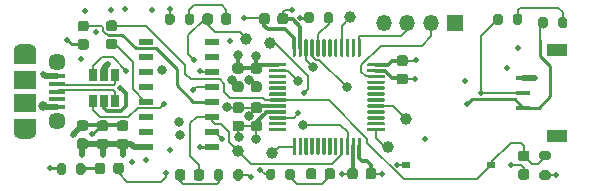
<source format=gbr>
%TF.GenerationSoftware,KiCad,Pcbnew,(5.1.8-0-10_14)*%
%TF.CreationDate,2021-04-16T18:19:52+02:00*%
%TF.ProjectId,SimpleCANAdapter,53696d70-6c65-4434-914e-416461707465,rev?*%
%TF.SameCoordinates,Original*%
%TF.FileFunction,Copper,L1,Top*%
%TF.FilePolarity,Positive*%
%FSLAX46Y46*%
G04 Gerber Fmt 4.6, Leading zero omitted, Abs format (unit mm)*
G04 Created by KiCad (PCBNEW (5.1.8-0-10_14)) date 2021-04-16 18:19:52*
%MOMM*%
%LPD*%
G01*
G04 APERTURE LIST*
%TA.AperFunction,SMDPad,CuDef*%
%ADD10C,1.000000*%
%TD*%
%TA.AperFunction,ComponentPad*%
%ADD11C,1.450000*%
%TD*%
%TA.AperFunction,SMDPad,CuDef*%
%ADD12R,1.350000X0.400000*%
%TD*%
%TA.AperFunction,SMDPad,CuDef*%
%ADD13R,1.900000X1.500000*%
%TD*%
%TA.AperFunction,SMDPad,CuDef*%
%ADD14R,1.900000X1.200000*%
%TD*%
%TA.AperFunction,ComponentPad*%
%ADD15O,1.900000X0.950000*%
%TD*%
%TA.AperFunction,SMDPad,CuDef*%
%ADD16R,1.200000X0.600000*%
%TD*%
%TA.AperFunction,SMDPad,CuDef*%
%ADD17R,1.200000X0.350000*%
%TD*%
%TA.AperFunction,SMDPad,CuDef*%
%ADD18R,1.800000X1.100000*%
%TD*%
%TA.AperFunction,SMDPad,CuDef*%
%ADD19R,0.650000X1.060000*%
%TD*%
%TA.AperFunction,ComponentPad*%
%ADD20R,1.350000X1.350000*%
%TD*%
%TA.AperFunction,ComponentPad*%
%ADD21O,1.350000X1.350000*%
%TD*%
%TA.AperFunction,SMDPad,CuDef*%
%ADD22R,0.800000X0.600000*%
%TD*%
%TA.AperFunction,ViaPad*%
%ADD23C,0.500000*%
%TD*%
%TA.AperFunction,ViaPad*%
%ADD24C,0.800000*%
%TD*%
%TA.AperFunction,Conductor*%
%ADD25C,0.200000*%
%TD*%
%TA.AperFunction,Conductor*%
%ADD26C,0.250000*%
%TD*%
%TA.AperFunction,Conductor*%
%ADD27C,0.500000*%
%TD*%
%TA.AperFunction,Conductor*%
%ADD28C,0.300000*%
%TD*%
G04 APERTURE END LIST*
D10*
%TO.P,TP8,1*%
%TO.N,USART_RX*%
X87760000Y-84320000D03*
%TD*%
%TO.P,TP3,1*%
%TO.N,PIN3*%
X89750000Y-84650000D03*
%TD*%
%TO.P,TP2,1*%
%TO.N,PIN2*%
X89950000Y-94000000D03*
%TD*%
D11*
%TO.P,J2,SH1*%
%TO.N,N/C*%
X71750000Y-86300000D03*
%TO.P,J2,SH2*%
X71750000Y-91300000D03*
D12*
%TO.P,J2,1*%
%TO.N,Net-(F1-Pad2)*%
X71750000Y-87500000D03*
%TO.P,J2,2*%
%TO.N,Net-(J2-Pad2)*%
X71750000Y-88150000D03*
%TO.P,J2,3*%
%TO.N,Net-(J2-Pad3)*%
X71750000Y-88800000D03*
%TO.P,J2,4*%
%TO.N,N/C*%
X71750000Y-89450000D03*
%TO.P,J2,5*%
%TO.N,GNDREF*%
X71750000Y-90100000D03*
D13*
%TO.P,J2,SH5*%
%TO.N,N/C*%
X69050000Y-87800000D03*
%TO.P,J2,SH6*%
X69050000Y-89800000D03*
D14*
%TO.P,J2,SH4*%
X69050000Y-85900000D03*
%TO.P,J2,SH7*%
X69050000Y-91700000D03*
D15*
%TO.P,J2,SH3*%
X69050000Y-85300000D03*
%TO.P,J2,SH8*%
X69050000Y-92300000D03*
%TD*%
D16*
%TO.P,U5,16*%
%TO.N,+5V*%
X79230000Y-93445000D03*
%TO.P,U5,15*%
%TO.N,N/C*%
X79230000Y-92175000D03*
%TO.P,U5,14*%
X79230000Y-90905000D03*
%TO.P,U5,13*%
%TO.N,Net-(C18-Pad2)*%
X79230000Y-89635000D03*
%TO.P,U5,12*%
%TO.N,N/C*%
X79230000Y-88365000D03*
%TO.P,U5,11*%
X79230000Y-87095000D03*
%TO.P,U5,10*%
X79230000Y-85825000D03*
%TO.P,U5,9*%
X79230000Y-84555000D03*
%TO.P,U5,8*%
X84830000Y-84555000D03*
%TO.P,U5,7*%
X84830000Y-85825000D03*
%TO.P,U5,6*%
%TO.N,Net-(U4-Pad3)*%
X84830000Y-87095000D03*
%TO.P,U5,5*%
%TO.N,Net-(U4-Pad4)*%
X84830000Y-88365000D03*
%TO.P,U5,4*%
%TO.N,Net-(C15-Pad1)*%
X84830000Y-89635000D03*
%TO.P,U5,3*%
%TO.N,USART_TX*%
X84830000Y-90905000D03*
%TO.P,U5,2*%
%TO.N,USART_RX*%
X84830000Y-92175000D03*
%TO.P,U5,1*%
%TO.N,GNDREF*%
X84830000Y-93445000D03*
%TD*%
%TO.P,D1,1*%
%TO.N,Net-(D1-Pad1)*%
%TA.AperFunction,SMDPad,CuDef*%
G36*
G01*
X74937500Y-95556250D02*
X74937500Y-95043750D01*
G75*
G02*
X75156250Y-94825000I218750J0D01*
G01*
X75593750Y-94825000D01*
G75*
G02*
X75812500Y-95043750I0J-218750D01*
G01*
X75812500Y-95556250D01*
G75*
G02*
X75593750Y-95775000I-218750J0D01*
G01*
X75156250Y-95775000D01*
G75*
G02*
X74937500Y-95556250I0J218750D01*
G01*
G37*
%TD.AperFunction*%
%TO.P,D1,2*%
%TO.N,+3V3*%
%TA.AperFunction,SMDPad,CuDef*%
G36*
G01*
X76512500Y-95556250D02*
X76512500Y-95043750D01*
G75*
G02*
X76731250Y-94825000I218750J0D01*
G01*
X77168750Y-94825000D01*
G75*
G02*
X77387500Y-95043750I0J-218750D01*
G01*
X77387500Y-95556250D01*
G75*
G02*
X77168750Y-95775000I-218750J0D01*
G01*
X76731250Y-95775000D01*
G75*
G02*
X76512500Y-95556250I0J218750D01*
G01*
G37*
%TD.AperFunction*%
%TD*%
%TO.P,D2,2*%
%TO.N,BLUE_LED*%
%TA.AperFunction,SMDPad,CuDef*%
G36*
G01*
X93687500Y-95505750D02*
X93687500Y-96018250D01*
G75*
G02*
X93468750Y-96237000I-218750J0D01*
G01*
X93031250Y-96237000D01*
G75*
G02*
X92812500Y-96018250I0J218750D01*
G01*
X92812500Y-95505750D01*
G75*
G02*
X93031250Y-95287000I218750J0D01*
G01*
X93468750Y-95287000D01*
G75*
G02*
X93687500Y-95505750I0J-218750D01*
G01*
G37*
%TD.AperFunction*%
%TO.P,D2,1*%
%TO.N,Net-(D2-Pad1)*%
%TA.AperFunction,SMDPad,CuDef*%
G36*
G01*
X95262500Y-95505750D02*
X95262500Y-96018250D01*
G75*
G02*
X95043750Y-96237000I-218750J0D01*
G01*
X94606250Y-96237000D01*
G75*
G02*
X94387500Y-96018250I0J218750D01*
G01*
X94387500Y-95505750D01*
G75*
G02*
X94606250Y-95287000I218750J0D01*
G01*
X95043750Y-95287000D01*
G75*
G02*
X95262500Y-95505750I0J-218750D01*
G01*
G37*
%TD.AperFunction*%
%TD*%
D17*
%TO.P,J1,1*%
%TO.N,CAN_H*%
X111200000Y-90150000D03*
%TO.P,J1,2*%
%TO.N,CAN_L*%
X111200000Y-88900000D03*
%TO.P,J1,3*%
%TO.N,GNDREF*%
X111200000Y-87650000D03*
D18*
%TO.P,J1,*%
%TO.N,*%
X114100000Y-92550000D03*
X114100000Y-85250000D03*
%TD*%
%TO.P,R2,2*%
%TO.N,Net-(R2-Pad2)*%
%TA.AperFunction,SMDPad,CuDef*%
G36*
G01*
X114135000Y-83225000D02*
X114135000Y-82675000D01*
G75*
G02*
X114335000Y-82475000I200000J0D01*
G01*
X114735000Y-82475000D01*
G75*
G02*
X114935000Y-82675000I0J-200000D01*
G01*
X114935000Y-83225000D01*
G75*
G02*
X114735000Y-83425000I-200000J0D01*
G01*
X114335000Y-83425000D01*
G75*
G02*
X114135000Y-83225000I0J200000D01*
G01*
G37*
%TD.AperFunction*%
%TO.P,R2,1*%
%TO.N,CAN_H*%
%TA.AperFunction,SMDPad,CuDef*%
G36*
G01*
X112485000Y-83225000D02*
X112485000Y-82675000D01*
G75*
G02*
X112685000Y-82475000I200000J0D01*
G01*
X113085000Y-82475000D01*
G75*
G02*
X113285000Y-82675000I0J-200000D01*
G01*
X113285000Y-83225000D01*
G75*
G02*
X113085000Y-83425000I-200000J0D01*
G01*
X112685000Y-83425000D01*
G75*
G02*
X112485000Y-83225000I0J200000D01*
G01*
G37*
%TD.AperFunction*%
%TD*%
%TO.P,R3,1*%
%TO.N,+3V3*%
%TA.AperFunction,SMDPad,CuDef*%
G36*
G01*
X113325000Y-96275000D02*
X112775000Y-96275000D01*
G75*
G02*
X112575000Y-96075000I0J200000D01*
G01*
X112575000Y-95675000D01*
G75*
G02*
X112775000Y-95475000I200000J0D01*
G01*
X113325000Y-95475000D01*
G75*
G02*
X113525000Y-95675000I0J-200000D01*
G01*
X113525000Y-96075000D01*
G75*
G02*
X113325000Y-96275000I-200000J0D01*
G01*
G37*
%TD.AperFunction*%
%TO.P,R3,2*%
%TO.N,RESET*%
%TA.AperFunction,SMDPad,CuDef*%
G36*
G01*
X113325000Y-94625000D02*
X112775000Y-94625000D01*
G75*
G02*
X112575000Y-94425000I0J200000D01*
G01*
X112575000Y-94025000D01*
G75*
G02*
X112775000Y-93825000I200000J0D01*
G01*
X113325000Y-93825000D01*
G75*
G02*
X113525000Y-94025000I0J-200000D01*
G01*
X113525000Y-94425000D01*
G75*
G02*
X113325000Y-94625000I-200000J0D01*
G01*
G37*
%TD.AperFunction*%
%TD*%
%TO.P,R4,2*%
%TO.N,BOOT0*%
%TA.AperFunction,SMDPad,CuDef*%
G36*
G01*
X94326000Y-82811000D02*
X94326000Y-82261000D01*
G75*
G02*
X94526000Y-82061000I200000J0D01*
G01*
X94926000Y-82061000D01*
G75*
G02*
X95126000Y-82261000I0J-200000D01*
G01*
X95126000Y-82811000D01*
G75*
G02*
X94926000Y-83011000I-200000J0D01*
G01*
X94526000Y-83011000D01*
G75*
G02*
X94326000Y-82811000I0J200000D01*
G01*
G37*
%TD.AperFunction*%
%TO.P,R4,1*%
%TO.N,GNDREF*%
%TA.AperFunction,SMDPad,CuDef*%
G36*
G01*
X92676000Y-82811000D02*
X92676000Y-82261000D01*
G75*
G02*
X92876000Y-82061000I200000J0D01*
G01*
X93276000Y-82061000D01*
G75*
G02*
X93476000Y-82261000I0J-200000D01*
G01*
X93476000Y-82811000D01*
G75*
G02*
X93276000Y-83011000I-200000J0D01*
G01*
X92876000Y-83011000D01*
G75*
G02*
X92676000Y-82811000I0J200000D01*
G01*
G37*
%TD.AperFunction*%
%TD*%
%TO.P,R5,2*%
%TO.N,GNDREF*%
%TA.AperFunction,SMDPad,CuDef*%
G36*
G01*
X72500000Y-95065000D02*
X72500000Y-95615000D01*
G75*
G02*
X72300000Y-95815000I-200000J0D01*
G01*
X71900000Y-95815000D01*
G75*
G02*
X71700000Y-95615000I0J200000D01*
G01*
X71700000Y-95065000D01*
G75*
G02*
X71900000Y-94865000I200000J0D01*
G01*
X72300000Y-94865000D01*
G75*
G02*
X72500000Y-95065000I0J-200000D01*
G01*
G37*
%TD.AperFunction*%
%TO.P,R5,1*%
%TO.N,Net-(D1-Pad1)*%
%TA.AperFunction,SMDPad,CuDef*%
G36*
G01*
X74150000Y-95065000D02*
X74150000Y-95615000D01*
G75*
G02*
X73950000Y-95815000I-200000J0D01*
G01*
X73550000Y-95815000D01*
G75*
G02*
X73350000Y-95615000I0J200000D01*
G01*
X73350000Y-95065000D01*
G75*
G02*
X73550000Y-94865000I200000J0D01*
G01*
X73950000Y-94865000D01*
G75*
G02*
X74150000Y-95065000I0J-200000D01*
G01*
G37*
%TD.AperFunction*%
%TD*%
%TO.P,R6,1*%
%TO.N,Net-(D2-Pad1)*%
%TA.AperFunction,SMDPad,CuDef*%
G36*
G01*
X91875000Y-95525000D02*
X91875000Y-96075000D01*
G75*
G02*
X91675000Y-96275000I-200000J0D01*
G01*
X91275000Y-96275000D01*
G75*
G02*
X91075000Y-96075000I0J200000D01*
G01*
X91075000Y-95525000D01*
G75*
G02*
X91275000Y-95325000I200000J0D01*
G01*
X91675000Y-95325000D01*
G75*
G02*
X91875000Y-95525000I0J-200000D01*
G01*
G37*
%TD.AperFunction*%
%TO.P,R6,2*%
%TO.N,GNDREF*%
%TA.AperFunction,SMDPad,CuDef*%
G36*
G01*
X90225000Y-95525000D02*
X90225000Y-96075000D01*
G75*
G02*
X90025000Y-96275000I-200000J0D01*
G01*
X89625000Y-96275000D01*
G75*
G02*
X89425000Y-96075000I0J200000D01*
G01*
X89425000Y-95525000D01*
G75*
G02*
X89625000Y-95325000I200000J0D01*
G01*
X90025000Y-95325000D01*
G75*
G02*
X90225000Y-95525000I0J-200000D01*
G01*
G37*
%TD.AperFunction*%
%TD*%
D19*
%TO.P,U4,5*%
%TO.N,+5V*%
X75700000Y-89600000D03*
%TO.P,U4,6*%
%TO.N,Net-(J2-Pad3)*%
X76650000Y-89600000D03*
%TO.P,U4,4*%
%TO.N,Net-(U4-Pad4)*%
X74750000Y-89600000D03*
%TO.P,U4,3*%
%TO.N,Net-(U4-Pad3)*%
X74750000Y-87400000D03*
%TO.P,U4,2*%
%TO.N,GNDREF*%
X75700000Y-87400000D03*
%TO.P,U4,1*%
%TO.N,Net-(J2-Pad2)*%
X76650000Y-87400000D03*
%TD*%
%TO.P,C7,2*%
%TO.N,GNDREF*%
%TA.AperFunction,SMDPad,CuDef*%
G36*
G01*
X111000000Y-95350000D02*
X111500000Y-95350000D01*
G75*
G02*
X111725000Y-95575000I0J-225000D01*
G01*
X111725000Y-96025000D01*
G75*
G02*
X111500000Y-96250000I-225000J0D01*
G01*
X111000000Y-96250000D01*
G75*
G02*
X110775000Y-96025000I0J225000D01*
G01*
X110775000Y-95575000D01*
G75*
G02*
X111000000Y-95350000I225000J0D01*
G01*
G37*
%TD.AperFunction*%
%TO.P,C7,1*%
%TO.N,RESET*%
%TA.AperFunction,SMDPad,CuDef*%
G36*
G01*
X111000000Y-93800000D02*
X111500000Y-93800000D01*
G75*
G02*
X111725000Y-94025000I0J-225000D01*
G01*
X111725000Y-94475000D01*
G75*
G02*
X111500000Y-94700000I-225000J0D01*
G01*
X111000000Y-94700000D01*
G75*
G02*
X110775000Y-94475000I0J225000D01*
G01*
X110775000Y-94025000D01*
G75*
G02*
X111000000Y-93800000I225000J0D01*
G01*
G37*
%TD.AperFunction*%
%TD*%
%TO.P,C15,2*%
%TO.N,GNDREF*%
%TA.AperFunction,SMDPad,CuDef*%
G36*
G01*
X73700000Y-84350000D02*
X74200000Y-84350000D01*
G75*
G02*
X74425000Y-84575000I0J-225000D01*
G01*
X74425000Y-85025000D01*
G75*
G02*
X74200000Y-85250000I-225000J0D01*
G01*
X73700000Y-85250000D01*
G75*
G02*
X73475000Y-85025000I0J225000D01*
G01*
X73475000Y-84575000D01*
G75*
G02*
X73700000Y-84350000I225000J0D01*
G01*
G37*
%TD.AperFunction*%
%TO.P,C15,1*%
%TO.N,Net-(C15-Pad1)*%
%TA.AperFunction,SMDPad,CuDef*%
G36*
G01*
X73700000Y-82800000D02*
X74200000Y-82800000D01*
G75*
G02*
X74425000Y-83025000I0J-225000D01*
G01*
X74425000Y-83475000D01*
G75*
G02*
X74200000Y-83700000I-225000J0D01*
G01*
X73700000Y-83700000D01*
G75*
G02*
X73475000Y-83475000I0J225000D01*
G01*
X73475000Y-83025000D01*
G75*
G02*
X73700000Y-82800000I225000J0D01*
G01*
G37*
%TD.AperFunction*%
%TD*%
%TO.P,C16,1*%
%TO.N,+5V*%
%TA.AperFunction,SMDPad,CuDef*%
G36*
G01*
X77540000Y-93690000D02*
X77040000Y-93690000D01*
G75*
G02*
X76815000Y-93465000I0J225000D01*
G01*
X76815000Y-93015000D01*
G75*
G02*
X77040000Y-92790000I225000J0D01*
G01*
X77540000Y-92790000D01*
G75*
G02*
X77765000Y-93015000I0J-225000D01*
G01*
X77765000Y-93465000D01*
G75*
G02*
X77540000Y-93690000I-225000J0D01*
G01*
G37*
%TD.AperFunction*%
%TO.P,C16,2*%
%TO.N,GNDREF*%
%TA.AperFunction,SMDPad,CuDef*%
G36*
G01*
X77540000Y-92140000D02*
X77040000Y-92140000D01*
G75*
G02*
X76815000Y-91915000I0J225000D01*
G01*
X76815000Y-91465000D01*
G75*
G02*
X77040000Y-91240000I225000J0D01*
G01*
X77540000Y-91240000D01*
G75*
G02*
X77765000Y-91465000I0J-225000D01*
G01*
X77765000Y-91915000D01*
G75*
G02*
X77540000Y-92140000I-225000J0D01*
G01*
G37*
%TD.AperFunction*%
%TD*%
%TO.P,C17,2*%
%TO.N,GNDREF*%
%TA.AperFunction,SMDPad,CuDef*%
G36*
G01*
X74140000Y-92115000D02*
X73640000Y-92115000D01*
G75*
G02*
X73415000Y-91890000I0J225000D01*
G01*
X73415000Y-91440000D01*
G75*
G02*
X73640000Y-91215000I225000J0D01*
G01*
X74140000Y-91215000D01*
G75*
G02*
X74365000Y-91440000I0J-225000D01*
G01*
X74365000Y-91890000D01*
G75*
G02*
X74140000Y-92115000I-225000J0D01*
G01*
G37*
%TD.AperFunction*%
%TO.P,C17,1*%
%TO.N,+5V*%
%TA.AperFunction,SMDPad,CuDef*%
G36*
G01*
X74140000Y-93665000D02*
X73640000Y-93665000D01*
G75*
G02*
X73415000Y-93440000I0J225000D01*
G01*
X73415000Y-92990000D01*
G75*
G02*
X73640000Y-92765000I225000J0D01*
G01*
X74140000Y-92765000D01*
G75*
G02*
X74365000Y-92990000I0J-225000D01*
G01*
X74365000Y-93440000D01*
G75*
G02*
X74140000Y-93665000I-225000J0D01*
G01*
G37*
%TD.AperFunction*%
%TD*%
%TO.P,C18,2*%
%TO.N,Net-(C18-Pad2)*%
%TA.AperFunction,SMDPad,CuDef*%
G36*
G01*
X76100000Y-84325000D02*
X76600000Y-84325000D01*
G75*
G02*
X76825000Y-84550000I0J-225000D01*
G01*
X76825000Y-85000000D01*
G75*
G02*
X76600000Y-85225000I-225000J0D01*
G01*
X76100000Y-85225000D01*
G75*
G02*
X75875000Y-85000000I0J225000D01*
G01*
X75875000Y-84550000D01*
G75*
G02*
X76100000Y-84325000I225000J0D01*
G01*
G37*
%TD.AperFunction*%
%TO.P,C18,1*%
%TO.N,RESET*%
%TA.AperFunction,SMDPad,CuDef*%
G36*
G01*
X76100000Y-82775000D02*
X76600000Y-82775000D01*
G75*
G02*
X76825000Y-83000000I0J-225000D01*
G01*
X76825000Y-83450000D01*
G75*
G02*
X76600000Y-83675000I-225000J0D01*
G01*
X76100000Y-83675000D01*
G75*
G02*
X75875000Y-83450000I0J225000D01*
G01*
X75875000Y-83000000D01*
G75*
G02*
X76100000Y-82775000I225000J0D01*
G01*
G37*
%TD.AperFunction*%
%TD*%
%TO.P,C19,1*%
%TO.N,+5V*%
%TA.AperFunction,SMDPad,CuDef*%
G36*
G01*
X75840000Y-93690000D02*
X75340000Y-93690000D01*
G75*
G02*
X75115000Y-93465000I0J225000D01*
G01*
X75115000Y-93015000D01*
G75*
G02*
X75340000Y-92790000I225000J0D01*
G01*
X75840000Y-92790000D01*
G75*
G02*
X76065000Y-93015000I0J-225000D01*
G01*
X76065000Y-93465000D01*
G75*
G02*
X75840000Y-93690000I-225000J0D01*
G01*
G37*
%TD.AperFunction*%
%TO.P,C19,2*%
%TO.N,GNDREF*%
%TA.AperFunction,SMDPad,CuDef*%
G36*
G01*
X75840000Y-92140000D02*
X75340000Y-92140000D01*
G75*
G02*
X75115000Y-91915000I0J225000D01*
G01*
X75115000Y-91465000D01*
G75*
G02*
X75340000Y-91240000I225000J0D01*
G01*
X75840000Y-91240000D01*
G75*
G02*
X76065000Y-91465000I0J-225000D01*
G01*
X76065000Y-91915000D01*
G75*
G02*
X75840000Y-92140000I-225000J0D01*
G01*
G37*
%TD.AperFunction*%
%TD*%
D10*
%TO.P,TP1,1*%
%TO.N,PIN1*%
X96550000Y-82500000D03*
%TD*%
%TO.P,TP4,1*%
%TO.N,PIN4*%
X101260000Y-91080000D03*
%TD*%
%TO.P,D3,2*%
%TO.N,USART_TX*%
%TA.AperFunction,SMDPad,CuDef*%
G36*
G01*
X83310000Y-96106250D02*
X83310000Y-95593750D01*
G75*
G02*
X83528750Y-95375000I218750J0D01*
G01*
X83966250Y-95375000D01*
G75*
G02*
X84185000Y-95593750I0J-218750D01*
G01*
X84185000Y-96106250D01*
G75*
G02*
X83966250Y-96325000I-218750J0D01*
G01*
X83528750Y-96325000D01*
G75*
G02*
X83310000Y-96106250I0J218750D01*
G01*
G37*
%TD.AperFunction*%
%TO.P,D3,1*%
%TO.N,Net-(D3-Pad1)*%
%TA.AperFunction,SMDPad,CuDef*%
G36*
G01*
X81735000Y-96106250D02*
X81735000Y-95593750D01*
G75*
G02*
X81953750Y-95375000I218750J0D01*
G01*
X82391250Y-95375000D01*
G75*
G02*
X82610000Y-95593750I0J-218750D01*
G01*
X82610000Y-96106250D01*
G75*
G02*
X82391250Y-96325000I-218750J0D01*
G01*
X81953750Y-96325000D01*
G75*
G02*
X81735000Y-96106250I0J218750D01*
G01*
G37*
%TD.AperFunction*%
%TD*%
%TO.P,D4,1*%
%TO.N,Net-(D4-Pad1)*%
%TA.AperFunction,SMDPad,CuDef*%
G36*
G01*
X86497500Y-82393750D02*
X86497500Y-82906250D01*
G75*
G02*
X86278750Y-83125000I-218750J0D01*
G01*
X85841250Y-83125000D01*
G75*
G02*
X85622500Y-82906250I0J218750D01*
G01*
X85622500Y-82393750D01*
G75*
G02*
X85841250Y-82175000I218750J0D01*
G01*
X86278750Y-82175000D01*
G75*
G02*
X86497500Y-82393750I0J-218750D01*
G01*
G37*
%TD.AperFunction*%
%TO.P,D4,2*%
%TO.N,USART_RX*%
%TA.AperFunction,SMDPad,CuDef*%
G36*
G01*
X84922500Y-82393750D02*
X84922500Y-82906250D01*
G75*
G02*
X84703750Y-83125000I-218750J0D01*
G01*
X84266250Y-83125000D01*
G75*
G02*
X84047500Y-82906250I0J218750D01*
G01*
X84047500Y-82393750D01*
G75*
G02*
X84266250Y-82175000I218750J0D01*
G01*
X84703750Y-82175000D01*
G75*
G02*
X84922500Y-82393750I0J-218750D01*
G01*
G37*
%TD.AperFunction*%
%TD*%
%TO.P,R7,1*%
%TO.N,Net-(D3-Pad1)*%
%TA.AperFunction,SMDPad,CuDef*%
G36*
G01*
X85015000Y-96125000D02*
X85015000Y-95575000D01*
G75*
G02*
X85215000Y-95375000I200000J0D01*
G01*
X85615000Y-95375000D01*
G75*
G02*
X85815000Y-95575000I0J-200000D01*
G01*
X85815000Y-96125000D01*
G75*
G02*
X85615000Y-96325000I-200000J0D01*
G01*
X85215000Y-96325000D01*
G75*
G02*
X85015000Y-96125000I0J200000D01*
G01*
G37*
%TD.AperFunction*%
%TO.P,R7,2*%
%TO.N,GNDREF*%
%TA.AperFunction,SMDPad,CuDef*%
G36*
G01*
X86665000Y-96125000D02*
X86665000Y-95575000D01*
G75*
G02*
X86865000Y-95375000I200000J0D01*
G01*
X87265000Y-95375000D01*
G75*
G02*
X87465000Y-95575000I0J-200000D01*
G01*
X87465000Y-96125000D01*
G75*
G02*
X87265000Y-96325000I-200000J0D01*
G01*
X86865000Y-96325000D01*
G75*
G02*
X86665000Y-96125000I0J200000D01*
G01*
G37*
%TD.AperFunction*%
%TD*%
%TO.P,R8,2*%
%TO.N,GNDREF*%
%TA.AperFunction,SMDPad,CuDef*%
G36*
G01*
X81685000Y-82385000D02*
X81685000Y-82935000D01*
G75*
G02*
X81485000Y-83135000I-200000J0D01*
G01*
X81085000Y-83135000D01*
G75*
G02*
X80885000Y-82935000I0J200000D01*
G01*
X80885000Y-82385000D01*
G75*
G02*
X81085000Y-82185000I200000J0D01*
G01*
X81485000Y-82185000D01*
G75*
G02*
X81685000Y-82385000I0J-200000D01*
G01*
G37*
%TD.AperFunction*%
%TO.P,R8,1*%
%TO.N,Net-(D4-Pad1)*%
%TA.AperFunction,SMDPad,CuDef*%
G36*
G01*
X83335000Y-82385000D02*
X83335000Y-82935000D01*
G75*
G02*
X83135000Y-83135000I-200000J0D01*
G01*
X82735000Y-83135000D01*
G75*
G02*
X82535000Y-82935000I0J200000D01*
G01*
X82535000Y-82385000D01*
G75*
G02*
X82735000Y-82185000I200000J0D01*
G01*
X83135000Y-82185000D01*
G75*
G02*
X83335000Y-82385000I0J-200000D01*
G01*
G37*
%TD.AperFunction*%
%TD*%
%TO.P,C2,1*%
%TO.N,+3V3*%
%TA.AperFunction,SMDPad,CuDef*%
G36*
G01*
X100720000Y-85730000D02*
X101220000Y-85730000D01*
G75*
G02*
X101445000Y-85955000I0J-225000D01*
G01*
X101445000Y-86405000D01*
G75*
G02*
X101220000Y-86630000I-225000J0D01*
G01*
X100720000Y-86630000D01*
G75*
G02*
X100495000Y-86405000I0J225000D01*
G01*
X100495000Y-85955000D01*
G75*
G02*
X100720000Y-85730000I225000J0D01*
G01*
G37*
%TD.AperFunction*%
%TO.P,C2,2*%
%TO.N,GNDREF*%
%TA.AperFunction,SMDPad,CuDef*%
G36*
G01*
X100720000Y-87280000D02*
X101220000Y-87280000D01*
G75*
G02*
X101445000Y-87505000I0J-225000D01*
G01*
X101445000Y-87955000D01*
G75*
G02*
X101220000Y-88180000I-225000J0D01*
G01*
X100720000Y-88180000D01*
G75*
G02*
X100495000Y-87955000I0J225000D01*
G01*
X100495000Y-87505000D01*
G75*
G02*
X100720000Y-87280000I225000J0D01*
G01*
G37*
%TD.AperFunction*%
%TD*%
%TO.P,C3,2*%
%TO.N,GNDREF*%
%TA.AperFunction,SMDPad,CuDef*%
G36*
G01*
X88340000Y-87935000D02*
X88840000Y-87935000D01*
G75*
G02*
X89065000Y-88160000I0J-225000D01*
G01*
X89065000Y-88610000D01*
G75*
G02*
X88840000Y-88835000I-225000J0D01*
G01*
X88340000Y-88835000D01*
G75*
G02*
X88115000Y-88610000I0J225000D01*
G01*
X88115000Y-88160000D01*
G75*
G02*
X88340000Y-87935000I225000J0D01*
G01*
G37*
%TD.AperFunction*%
%TO.P,C3,1*%
%TO.N,+3V3*%
%TA.AperFunction,SMDPad,CuDef*%
G36*
G01*
X88340000Y-86385000D02*
X88840000Y-86385000D01*
G75*
G02*
X89065000Y-86610000I0J-225000D01*
G01*
X89065000Y-87060000D01*
G75*
G02*
X88840000Y-87285000I-225000J0D01*
G01*
X88340000Y-87285000D01*
G75*
G02*
X88115000Y-87060000I0J225000D01*
G01*
X88115000Y-86610000D01*
G75*
G02*
X88340000Y-86385000I225000J0D01*
G01*
G37*
%TD.AperFunction*%
%TD*%
%TO.P,C6,2*%
%TO.N,GNDREF*%
%TA.AperFunction,SMDPad,CuDef*%
G36*
G01*
X97205000Y-95490000D02*
X97205000Y-95990000D01*
G75*
G02*
X96980000Y-96215000I-225000J0D01*
G01*
X96530000Y-96215000D01*
G75*
G02*
X96305000Y-95990000I0J225000D01*
G01*
X96305000Y-95490000D01*
G75*
G02*
X96530000Y-95265000I225000J0D01*
G01*
X96980000Y-95265000D01*
G75*
G02*
X97205000Y-95490000I0J-225000D01*
G01*
G37*
%TD.AperFunction*%
%TO.P,C6,1*%
%TO.N,+3V3*%
%TA.AperFunction,SMDPad,CuDef*%
G36*
G01*
X98755000Y-95490000D02*
X98755000Y-95990000D01*
G75*
G02*
X98530000Y-96215000I-225000J0D01*
G01*
X98080000Y-96215000D01*
G75*
G02*
X97855000Y-95990000I0J225000D01*
G01*
X97855000Y-95490000D01*
G75*
G02*
X98080000Y-95265000I225000J0D01*
G01*
X98530000Y-95265000D01*
G75*
G02*
X98755000Y-95490000I0J-225000D01*
G01*
G37*
%TD.AperFunction*%
%TD*%
%TO.P,C8,2*%
%TO.N,GNDREF*%
%TA.AperFunction,SMDPad,CuDef*%
G36*
G01*
X90395000Y-82880000D02*
X90395000Y-82380000D01*
G75*
G02*
X90620000Y-82155000I225000J0D01*
G01*
X91070000Y-82155000D01*
G75*
G02*
X91295000Y-82380000I0J-225000D01*
G01*
X91295000Y-82880000D01*
G75*
G02*
X91070000Y-83105000I-225000J0D01*
G01*
X90620000Y-83105000D01*
G75*
G02*
X90395000Y-82880000I0J225000D01*
G01*
G37*
%TD.AperFunction*%
%TO.P,C8,1*%
%TO.N,+3V3*%
%TA.AperFunction,SMDPad,CuDef*%
G36*
G01*
X88845000Y-82880000D02*
X88845000Y-82380000D01*
G75*
G02*
X89070000Y-82155000I225000J0D01*
G01*
X89520000Y-82155000D01*
G75*
G02*
X89745000Y-82380000I0J-225000D01*
G01*
X89745000Y-82880000D01*
G75*
G02*
X89520000Y-83105000I-225000J0D01*
G01*
X89070000Y-83105000D01*
G75*
G02*
X88845000Y-82880000I0J225000D01*
G01*
G37*
%TD.AperFunction*%
%TD*%
%TO.P,C10,1*%
%TO.N,+3V3*%
%TA.AperFunction,SMDPad,CuDef*%
G36*
G01*
X88870000Y-92155000D02*
X88370000Y-92155000D01*
G75*
G02*
X88145000Y-91930000I0J225000D01*
G01*
X88145000Y-91480000D01*
G75*
G02*
X88370000Y-91255000I225000J0D01*
G01*
X88870000Y-91255000D01*
G75*
G02*
X89095000Y-91480000I0J-225000D01*
G01*
X89095000Y-91930000D01*
G75*
G02*
X88870000Y-92155000I-225000J0D01*
G01*
G37*
%TD.AperFunction*%
%TO.P,C10,2*%
%TO.N,GNDREF*%
%TA.AperFunction,SMDPad,CuDef*%
G36*
G01*
X88870000Y-90605000D02*
X88370000Y-90605000D01*
G75*
G02*
X88145000Y-90380000I0J225000D01*
G01*
X88145000Y-89930000D01*
G75*
G02*
X88370000Y-89705000I225000J0D01*
G01*
X88870000Y-89705000D01*
G75*
G02*
X89095000Y-89930000I0J-225000D01*
G01*
X89095000Y-90380000D01*
G75*
G02*
X88870000Y-90605000I-225000J0D01*
G01*
G37*
%TD.AperFunction*%
%TD*%
%TO.P,U1,1*%
%TO.N,+3V3*%
%TA.AperFunction,SMDPad,CuDef*%
G36*
G01*
X89680000Y-86585000D02*
X89680000Y-86435000D01*
G75*
G02*
X89755000Y-86360000I75000J0D01*
G01*
X91080000Y-86360000D01*
G75*
G02*
X91155000Y-86435000I0J-75000D01*
G01*
X91155000Y-86585000D01*
G75*
G02*
X91080000Y-86660000I-75000J0D01*
G01*
X89755000Y-86660000D01*
G75*
G02*
X89680000Y-86585000I0J75000D01*
G01*
G37*
%TD.AperFunction*%
%TO.P,U1,2*%
%TO.N,BLUE_LED*%
%TA.AperFunction,SMDPad,CuDef*%
G36*
G01*
X89680000Y-87085000D02*
X89680000Y-86935000D01*
G75*
G02*
X89755000Y-86860000I75000J0D01*
G01*
X91080000Y-86860000D01*
G75*
G02*
X91155000Y-86935000I0J-75000D01*
G01*
X91155000Y-87085000D01*
G75*
G02*
X91080000Y-87160000I-75000J0D01*
G01*
X89755000Y-87160000D01*
G75*
G02*
X89680000Y-87085000I0J75000D01*
G01*
G37*
%TD.AperFunction*%
%TO.P,U1,3*%
%TO.N,N/C*%
%TA.AperFunction,SMDPad,CuDef*%
G36*
G01*
X89680000Y-87585000D02*
X89680000Y-87435000D01*
G75*
G02*
X89755000Y-87360000I75000J0D01*
G01*
X91080000Y-87360000D01*
G75*
G02*
X91155000Y-87435000I0J-75000D01*
G01*
X91155000Y-87585000D01*
G75*
G02*
X91080000Y-87660000I-75000J0D01*
G01*
X89755000Y-87660000D01*
G75*
G02*
X89680000Y-87585000I0J75000D01*
G01*
G37*
%TD.AperFunction*%
%TO.P,U1,4*%
%TA.AperFunction,SMDPad,CuDef*%
G36*
G01*
X89680000Y-88085000D02*
X89680000Y-87935000D01*
G75*
G02*
X89755000Y-87860000I75000J0D01*
G01*
X91080000Y-87860000D01*
G75*
G02*
X91155000Y-87935000I0J-75000D01*
G01*
X91155000Y-88085000D01*
G75*
G02*
X91080000Y-88160000I-75000J0D01*
G01*
X89755000Y-88160000D01*
G75*
G02*
X89680000Y-88085000I0J75000D01*
G01*
G37*
%TD.AperFunction*%
%TO.P,U1,5*%
%TA.AperFunction,SMDPad,CuDef*%
G36*
G01*
X89680000Y-88585000D02*
X89680000Y-88435000D01*
G75*
G02*
X89755000Y-88360000I75000J0D01*
G01*
X91080000Y-88360000D01*
G75*
G02*
X91155000Y-88435000I0J-75000D01*
G01*
X91155000Y-88585000D01*
G75*
G02*
X91080000Y-88660000I-75000J0D01*
G01*
X89755000Y-88660000D01*
G75*
G02*
X89680000Y-88585000I0J75000D01*
G01*
G37*
%TD.AperFunction*%
%TO.P,U1,6*%
%TA.AperFunction,SMDPad,CuDef*%
G36*
G01*
X89680000Y-89085000D02*
X89680000Y-88935000D01*
G75*
G02*
X89755000Y-88860000I75000J0D01*
G01*
X91080000Y-88860000D01*
G75*
G02*
X91155000Y-88935000I0J-75000D01*
G01*
X91155000Y-89085000D01*
G75*
G02*
X91080000Y-89160000I-75000J0D01*
G01*
X89755000Y-89160000D01*
G75*
G02*
X89680000Y-89085000I0J75000D01*
G01*
G37*
%TD.AperFunction*%
%TO.P,U1,7*%
%TO.N,RESET*%
%TA.AperFunction,SMDPad,CuDef*%
G36*
G01*
X89680000Y-89585000D02*
X89680000Y-89435000D01*
G75*
G02*
X89755000Y-89360000I75000J0D01*
G01*
X91080000Y-89360000D01*
G75*
G02*
X91155000Y-89435000I0J-75000D01*
G01*
X91155000Y-89585000D01*
G75*
G02*
X91080000Y-89660000I-75000J0D01*
G01*
X89755000Y-89660000D01*
G75*
G02*
X89680000Y-89585000I0J75000D01*
G01*
G37*
%TD.AperFunction*%
%TO.P,U1,8*%
%TO.N,GNDREF*%
%TA.AperFunction,SMDPad,CuDef*%
G36*
G01*
X89680000Y-90085000D02*
X89680000Y-89935000D01*
G75*
G02*
X89755000Y-89860000I75000J0D01*
G01*
X91080000Y-89860000D01*
G75*
G02*
X91155000Y-89935000I0J-75000D01*
G01*
X91155000Y-90085000D01*
G75*
G02*
X91080000Y-90160000I-75000J0D01*
G01*
X89755000Y-90160000D01*
G75*
G02*
X89680000Y-90085000I0J75000D01*
G01*
G37*
%TD.AperFunction*%
%TO.P,U1,9*%
%TO.N,+3V3*%
%TA.AperFunction,SMDPad,CuDef*%
G36*
G01*
X89680000Y-90585000D02*
X89680000Y-90435000D01*
G75*
G02*
X89755000Y-90360000I75000J0D01*
G01*
X91080000Y-90360000D01*
G75*
G02*
X91155000Y-90435000I0J-75000D01*
G01*
X91155000Y-90585000D01*
G75*
G02*
X91080000Y-90660000I-75000J0D01*
G01*
X89755000Y-90660000D01*
G75*
G02*
X89680000Y-90585000I0J75000D01*
G01*
G37*
%TD.AperFunction*%
%TO.P,U1,10*%
%TO.N,PIN3*%
%TA.AperFunction,SMDPad,CuDef*%
G36*
G01*
X89680000Y-91085000D02*
X89680000Y-90935000D01*
G75*
G02*
X89755000Y-90860000I75000J0D01*
G01*
X91080000Y-90860000D01*
G75*
G02*
X91155000Y-90935000I0J-75000D01*
G01*
X91155000Y-91085000D01*
G75*
G02*
X91080000Y-91160000I-75000J0D01*
G01*
X89755000Y-91160000D01*
G75*
G02*
X89680000Y-91085000I0J75000D01*
G01*
G37*
%TD.AperFunction*%
%TO.P,U1,11*%
%TO.N,N/C*%
%TA.AperFunction,SMDPad,CuDef*%
G36*
G01*
X89680000Y-91585000D02*
X89680000Y-91435000D01*
G75*
G02*
X89755000Y-91360000I75000J0D01*
G01*
X91080000Y-91360000D01*
G75*
G02*
X91155000Y-91435000I0J-75000D01*
G01*
X91155000Y-91585000D01*
G75*
G02*
X91080000Y-91660000I-75000J0D01*
G01*
X89755000Y-91660000D01*
G75*
G02*
X89680000Y-91585000I0J75000D01*
G01*
G37*
%TD.AperFunction*%
%TO.P,U1,12*%
%TA.AperFunction,SMDPad,CuDef*%
G36*
G01*
X89680000Y-92085000D02*
X89680000Y-91935000D01*
G75*
G02*
X89755000Y-91860000I75000J0D01*
G01*
X91080000Y-91860000D01*
G75*
G02*
X91155000Y-91935000I0J-75000D01*
G01*
X91155000Y-92085000D01*
G75*
G02*
X91080000Y-92160000I-75000J0D01*
G01*
X89755000Y-92160000D01*
G75*
G02*
X89680000Y-92085000I0J75000D01*
G01*
G37*
%TD.AperFunction*%
%TO.P,U1,13*%
%TO.N,PIN2*%
%TA.AperFunction,SMDPad,CuDef*%
G36*
G01*
X91680000Y-94085000D02*
X91680000Y-92760000D01*
G75*
G02*
X91755000Y-92685000I75000J0D01*
G01*
X91905000Y-92685000D01*
G75*
G02*
X91980000Y-92760000I0J-75000D01*
G01*
X91980000Y-94085000D01*
G75*
G02*
X91905000Y-94160000I-75000J0D01*
G01*
X91755000Y-94160000D01*
G75*
G02*
X91680000Y-94085000I0J75000D01*
G01*
G37*
%TD.AperFunction*%
%TO.P,U1,14*%
%TO.N,N/C*%
%TA.AperFunction,SMDPad,CuDef*%
G36*
G01*
X92180000Y-94085000D02*
X92180000Y-92760000D01*
G75*
G02*
X92255000Y-92685000I75000J0D01*
G01*
X92405000Y-92685000D01*
G75*
G02*
X92480000Y-92760000I0J-75000D01*
G01*
X92480000Y-94085000D01*
G75*
G02*
X92405000Y-94160000I-75000J0D01*
G01*
X92255000Y-94160000D01*
G75*
G02*
X92180000Y-94085000I0J75000D01*
G01*
G37*
%TD.AperFunction*%
%TO.P,U1,15*%
%TA.AperFunction,SMDPad,CuDef*%
G36*
G01*
X92680000Y-94085000D02*
X92680000Y-92760000D01*
G75*
G02*
X92755000Y-92685000I75000J0D01*
G01*
X92905000Y-92685000D01*
G75*
G02*
X92980000Y-92760000I0J-75000D01*
G01*
X92980000Y-94085000D01*
G75*
G02*
X92905000Y-94160000I-75000J0D01*
G01*
X92755000Y-94160000D01*
G75*
G02*
X92680000Y-94085000I0J75000D01*
G01*
G37*
%TD.AperFunction*%
%TO.P,U1,16*%
%TA.AperFunction,SMDPad,CuDef*%
G36*
G01*
X93180000Y-94085000D02*
X93180000Y-92760000D01*
G75*
G02*
X93255000Y-92685000I75000J0D01*
G01*
X93405000Y-92685000D01*
G75*
G02*
X93480000Y-92760000I0J-75000D01*
G01*
X93480000Y-94085000D01*
G75*
G02*
X93405000Y-94160000I-75000J0D01*
G01*
X93255000Y-94160000D01*
G75*
G02*
X93180000Y-94085000I0J75000D01*
G01*
G37*
%TD.AperFunction*%
%TO.P,U1,17*%
%TA.AperFunction,SMDPad,CuDef*%
G36*
G01*
X93680000Y-94085000D02*
X93680000Y-92760000D01*
G75*
G02*
X93755000Y-92685000I75000J0D01*
G01*
X93905000Y-92685000D01*
G75*
G02*
X93980000Y-92760000I0J-75000D01*
G01*
X93980000Y-94085000D01*
G75*
G02*
X93905000Y-94160000I-75000J0D01*
G01*
X93755000Y-94160000D01*
G75*
G02*
X93680000Y-94085000I0J75000D01*
G01*
G37*
%TD.AperFunction*%
%TO.P,U1,18*%
%TA.AperFunction,SMDPad,CuDef*%
G36*
G01*
X94180000Y-94085000D02*
X94180000Y-92760000D01*
G75*
G02*
X94255000Y-92685000I75000J0D01*
G01*
X94405000Y-92685000D01*
G75*
G02*
X94480000Y-92760000I0J-75000D01*
G01*
X94480000Y-94085000D01*
G75*
G02*
X94405000Y-94160000I-75000J0D01*
G01*
X94255000Y-94160000D01*
G75*
G02*
X94180000Y-94085000I0J75000D01*
G01*
G37*
%TD.AperFunction*%
%TO.P,U1,19*%
%TA.AperFunction,SMDPad,CuDef*%
G36*
G01*
X94680000Y-94085000D02*
X94680000Y-92760000D01*
G75*
G02*
X94755000Y-92685000I75000J0D01*
G01*
X94905000Y-92685000D01*
G75*
G02*
X94980000Y-92760000I0J-75000D01*
G01*
X94980000Y-94085000D01*
G75*
G02*
X94905000Y-94160000I-75000J0D01*
G01*
X94755000Y-94160000D01*
G75*
G02*
X94680000Y-94085000I0J75000D01*
G01*
G37*
%TD.AperFunction*%
%TO.P,U1,20*%
%TA.AperFunction,SMDPad,CuDef*%
G36*
G01*
X95180000Y-94085000D02*
X95180000Y-92760000D01*
G75*
G02*
X95255000Y-92685000I75000J0D01*
G01*
X95405000Y-92685000D01*
G75*
G02*
X95480000Y-92760000I0J-75000D01*
G01*
X95480000Y-94085000D01*
G75*
G02*
X95405000Y-94160000I-75000J0D01*
G01*
X95255000Y-94160000D01*
G75*
G02*
X95180000Y-94085000I0J75000D01*
G01*
G37*
%TD.AperFunction*%
%TO.P,U1,21*%
%TO.N,USART_TX*%
%TA.AperFunction,SMDPad,CuDef*%
G36*
G01*
X95680000Y-94085000D02*
X95680000Y-92760000D01*
G75*
G02*
X95755000Y-92685000I75000J0D01*
G01*
X95905000Y-92685000D01*
G75*
G02*
X95980000Y-92760000I0J-75000D01*
G01*
X95980000Y-94085000D01*
G75*
G02*
X95905000Y-94160000I-75000J0D01*
G01*
X95755000Y-94160000D01*
G75*
G02*
X95680000Y-94085000I0J75000D01*
G01*
G37*
%TD.AperFunction*%
%TO.P,U1,22*%
%TO.N,USART_RX*%
%TA.AperFunction,SMDPad,CuDef*%
G36*
G01*
X96180000Y-94085000D02*
X96180000Y-92760000D01*
G75*
G02*
X96255000Y-92685000I75000J0D01*
G01*
X96405000Y-92685000D01*
G75*
G02*
X96480000Y-92760000I0J-75000D01*
G01*
X96480000Y-94085000D01*
G75*
G02*
X96405000Y-94160000I-75000J0D01*
G01*
X96255000Y-94160000D01*
G75*
G02*
X96180000Y-94085000I0J75000D01*
G01*
G37*
%TD.AperFunction*%
%TO.P,U1,23*%
%TO.N,GNDREF*%
%TA.AperFunction,SMDPad,CuDef*%
G36*
G01*
X96680000Y-94085000D02*
X96680000Y-92760000D01*
G75*
G02*
X96755000Y-92685000I75000J0D01*
G01*
X96905000Y-92685000D01*
G75*
G02*
X96980000Y-92760000I0J-75000D01*
G01*
X96980000Y-94085000D01*
G75*
G02*
X96905000Y-94160000I-75000J0D01*
G01*
X96755000Y-94160000D01*
G75*
G02*
X96680000Y-94085000I0J75000D01*
G01*
G37*
%TD.AperFunction*%
%TO.P,U1,24*%
%TO.N,+3V3*%
%TA.AperFunction,SMDPad,CuDef*%
G36*
G01*
X97180000Y-94085000D02*
X97180000Y-92760000D01*
G75*
G02*
X97255000Y-92685000I75000J0D01*
G01*
X97405000Y-92685000D01*
G75*
G02*
X97480000Y-92760000I0J-75000D01*
G01*
X97480000Y-94085000D01*
G75*
G02*
X97405000Y-94160000I-75000J0D01*
G01*
X97255000Y-94160000D01*
G75*
G02*
X97180000Y-94085000I0J75000D01*
G01*
G37*
%TD.AperFunction*%
%TO.P,U1,25*%
%TO.N,PIN5*%
%TA.AperFunction,SMDPad,CuDef*%
G36*
G01*
X98005000Y-92085000D02*
X98005000Y-91935000D01*
G75*
G02*
X98080000Y-91860000I75000J0D01*
G01*
X99405000Y-91860000D01*
G75*
G02*
X99480000Y-91935000I0J-75000D01*
G01*
X99480000Y-92085000D01*
G75*
G02*
X99405000Y-92160000I-75000J0D01*
G01*
X98080000Y-92160000D01*
G75*
G02*
X98005000Y-92085000I0J75000D01*
G01*
G37*
%TD.AperFunction*%
%TO.P,U1,26*%
%TO.N,N/C*%
%TA.AperFunction,SMDPad,CuDef*%
G36*
G01*
X98005000Y-91585000D02*
X98005000Y-91435000D01*
G75*
G02*
X98080000Y-91360000I75000J0D01*
G01*
X99405000Y-91360000D01*
G75*
G02*
X99480000Y-91435000I0J-75000D01*
G01*
X99480000Y-91585000D01*
G75*
G02*
X99405000Y-91660000I-75000J0D01*
G01*
X98080000Y-91660000D01*
G75*
G02*
X98005000Y-91585000I0J75000D01*
G01*
G37*
%TD.AperFunction*%
%TO.P,U1,27*%
%TA.AperFunction,SMDPad,CuDef*%
G36*
G01*
X98005000Y-91085000D02*
X98005000Y-90935000D01*
G75*
G02*
X98080000Y-90860000I75000J0D01*
G01*
X99405000Y-90860000D01*
G75*
G02*
X99480000Y-90935000I0J-75000D01*
G01*
X99480000Y-91085000D01*
G75*
G02*
X99405000Y-91160000I-75000J0D01*
G01*
X98080000Y-91160000D01*
G75*
G02*
X98005000Y-91085000I0J75000D01*
G01*
G37*
%TD.AperFunction*%
%TO.P,U1,28*%
%TA.AperFunction,SMDPad,CuDef*%
G36*
G01*
X98005000Y-90585000D02*
X98005000Y-90435000D01*
G75*
G02*
X98080000Y-90360000I75000J0D01*
G01*
X99405000Y-90360000D01*
G75*
G02*
X99480000Y-90435000I0J-75000D01*
G01*
X99480000Y-90585000D01*
G75*
G02*
X99405000Y-90660000I-75000J0D01*
G01*
X98080000Y-90660000D01*
G75*
G02*
X98005000Y-90585000I0J75000D01*
G01*
G37*
%TD.AperFunction*%
%TO.P,U1,29*%
%TO.N,PIN4*%
%TA.AperFunction,SMDPad,CuDef*%
G36*
G01*
X98005000Y-90085000D02*
X98005000Y-89935000D01*
G75*
G02*
X98080000Y-89860000I75000J0D01*
G01*
X99405000Y-89860000D01*
G75*
G02*
X99480000Y-89935000I0J-75000D01*
G01*
X99480000Y-90085000D01*
G75*
G02*
X99405000Y-90160000I-75000J0D01*
G01*
X98080000Y-90160000D01*
G75*
G02*
X98005000Y-90085000I0J75000D01*
G01*
G37*
%TD.AperFunction*%
%TO.P,U1,30*%
%TO.N,N/C*%
%TA.AperFunction,SMDPad,CuDef*%
G36*
G01*
X98005000Y-89585000D02*
X98005000Y-89435000D01*
G75*
G02*
X98080000Y-89360000I75000J0D01*
G01*
X99405000Y-89360000D01*
G75*
G02*
X99480000Y-89435000I0J-75000D01*
G01*
X99480000Y-89585000D01*
G75*
G02*
X99405000Y-89660000I-75000J0D01*
G01*
X98080000Y-89660000D01*
G75*
G02*
X98005000Y-89585000I0J75000D01*
G01*
G37*
%TD.AperFunction*%
%TO.P,U1,31*%
%TA.AperFunction,SMDPad,CuDef*%
G36*
G01*
X98005000Y-89085000D02*
X98005000Y-88935000D01*
G75*
G02*
X98080000Y-88860000I75000J0D01*
G01*
X99405000Y-88860000D01*
G75*
G02*
X99480000Y-88935000I0J-75000D01*
G01*
X99480000Y-89085000D01*
G75*
G02*
X99405000Y-89160000I-75000J0D01*
G01*
X98080000Y-89160000D01*
G75*
G02*
X98005000Y-89085000I0J75000D01*
G01*
G37*
%TD.AperFunction*%
%TO.P,U1,32*%
%TA.AperFunction,SMDPad,CuDef*%
G36*
G01*
X98005000Y-88585000D02*
X98005000Y-88435000D01*
G75*
G02*
X98080000Y-88360000I75000J0D01*
G01*
X99405000Y-88360000D01*
G75*
G02*
X99480000Y-88435000I0J-75000D01*
G01*
X99480000Y-88585000D01*
G75*
G02*
X99405000Y-88660000I-75000J0D01*
G01*
X98080000Y-88660000D01*
G75*
G02*
X98005000Y-88585000I0J75000D01*
G01*
G37*
%TD.AperFunction*%
%TO.P,U1,33*%
%TA.AperFunction,SMDPad,CuDef*%
G36*
G01*
X98005000Y-88085000D02*
X98005000Y-87935000D01*
G75*
G02*
X98080000Y-87860000I75000J0D01*
G01*
X99405000Y-87860000D01*
G75*
G02*
X99480000Y-87935000I0J-75000D01*
G01*
X99480000Y-88085000D01*
G75*
G02*
X99405000Y-88160000I-75000J0D01*
G01*
X98080000Y-88160000D01*
G75*
G02*
X98005000Y-88085000I0J75000D01*
G01*
G37*
%TD.AperFunction*%
%TO.P,U1,34*%
%TO.N,SWDIO*%
%TA.AperFunction,SMDPad,CuDef*%
G36*
G01*
X98005000Y-87585000D02*
X98005000Y-87435000D01*
G75*
G02*
X98080000Y-87360000I75000J0D01*
G01*
X99405000Y-87360000D01*
G75*
G02*
X99480000Y-87435000I0J-75000D01*
G01*
X99480000Y-87585000D01*
G75*
G02*
X99405000Y-87660000I-75000J0D01*
G01*
X98080000Y-87660000D01*
G75*
G02*
X98005000Y-87585000I0J75000D01*
G01*
G37*
%TD.AperFunction*%
%TO.P,U1,35*%
%TO.N,GNDREF*%
%TA.AperFunction,SMDPad,CuDef*%
G36*
G01*
X98005000Y-87085000D02*
X98005000Y-86935000D01*
G75*
G02*
X98080000Y-86860000I75000J0D01*
G01*
X99405000Y-86860000D01*
G75*
G02*
X99480000Y-86935000I0J-75000D01*
G01*
X99480000Y-87085000D01*
G75*
G02*
X99405000Y-87160000I-75000J0D01*
G01*
X98080000Y-87160000D01*
G75*
G02*
X98005000Y-87085000I0J75000D01*
G01*
G37*
%TD.AperFunction*%
%TO.P,U1,36*%
%TO.N,+3V3*%
%TA.AperFunction,SMDPad,CuDef*%
G36*
G01*
X98005000Y-86585000D02*
X98005000Y-86435000D01*
G75*
G02*
X98080000Y-86360000I75000J0D01*
G01*
X99405000Y-86360000D01*
G75*
G02*
X99480000Y-86435000I0J-75000D01*
G01*
X99480000Y-86585000D01*
G75*
G02*
X99405000Y-86660000I-75000J0D01*
G01*
X98080000Y-86660000D01*
G75*
G02*
X98005000Y-86585000I0J75000D01*
G01*
G37*
%TD.AperFunction*%
%TO.P,U1,37*%
%TO.N,SWCLK*%
%TA.AperFunction,SMDPad,CuDef*%
G36*
G01*
X97180000Y-85760000D02*
X97180000Y-84435000D01*
G75*
G02*
X97255000Y-84360000I75000J0D01*
G01*
X97405000Y-84360000D01*
G75*
G02*
X97480000Y-84435000I0J-75000D01*
G01*
X97480000Y-85760000D01*
G75*
G02*
X97405000Y-85835000I-75000J0D01*
G01*
X97255000Y-85835000D01*
G75*
G02*
X97180000Y-85760000I0J75000D01*
G01*
G37*
%TD.AperFunction*%
%TO.P,U1,38*%
%TO.N,N/C*%
%TA.AperFunction,SMDPad,CuDef*%
G36*
G01*
X96680000Y-85760000D02*
X96680000Y-84435000D01*
G75*
G02*
X96755000Y-84360000I75000J0D01*
G01*
X96905000Y-84360000D01*
G75*
G02*
X96980000Y-84435000I0J-75000D01*
G01*
X96980000Y-85760000D01*
G75*
G02*
X96905000Y-85835000I-75000J0D01*
G01*
X96755000Y-85835000D01*
G75*
G02*
X96680000Y-85760000I0J75000D01*
G01*
G37*
%TD.AperFunction*%
%TO.P,U1,39*%
%TA.AperFunction,SMDPad,CuDef*%
G36*
G01*
X96180000Y-85760000D02*
X96180000Y-84435000D01*
G75*
G02*
X96255000Y-84360000I75000J0D01*
G01*
X96405000Y-84360000D01*
G75*
G02*
X96480000Y-84435000I0J-75000D01*
G01*
X96480000Y-85760000D01*
G75*
G02*
X96405000Y-85835000I-75000J0D01*
G01*
X96255000Y-85835000D01*
G75*
G02*
X96180000Y-85760000I0J75000D01*
G01*
G37*
%TD.AperFunction*%
%TO.P,U1,40*%
%TO.N,PIN1*%
%TA.AperFunction,SMDPad,CuDef*%
G36*
G01*
X95680000Y-85760000D02*
X95680000Y-84435000D01*
G75*
G02*
X95755000Y-84360000I75000J0D01*
G01*
X95905000Y-84360000D01*
G75*
G02*
X95980000Y-84435000I0J-75000D01*
G01*
X95980000Y-85760000D01*
G75*
G02*
X95905000Y-85835000I-75000J0D01*
G01*
X95755000Y-85835000D01*
G75*
G02*
X95680000Y-85760000I0J75000D01*
G01*
G37*
%TD.AperFunction*%
%TO.P,U1,41*%
%TO.N,N/C*%
%TA.AperFunction,SMDPad,CuDef*%
G36*
G01*
X95180000Y-85760000D02*
X95180000Y-84435000D01*
G75*
G02*
X95255000Y-84360000I75000J0D01*
G01*
X95405000Y-84360000D01*
G75*
G02*
X95480000Y-84435000I0J-75000D01*
G01*
X95480000Y-85760000D01*
G75*
G02*
X95405000Y-85835000I-75000J0D01*
G01*
X95255000Y-85835000D01*
G75*
G02*
X95180000Y-85760000I0J75000D01*
G01*
G37*
%TD.AperFunction*%
%TO.P,U1,42*%
%TA.AperFunction,SMDPad,CuDef*%
G36*
G01*
X94680000Y-85760000D02*
X94680000Y-84435000D01*
G75*
G02*
X94755000Y-84360000I75000J0D01*
G01*
X94905000Y-84360000D01*
G75*
G02*
X94980000Y-84435000I0J-75000D01*
G01*
X94980000Y-85760000D01*
G75*
G02*
X94905000Y-85835000I-75000J0D01*
G01*
X94755000Y-85835000D01*
G75*
G02*
X94680000Y-85760000I0J75000D01*
G01*
G37*
%TD.AperFunction*%
%TO.P,U1,43*%
%TA.AperFunction,SMDPad,CuDef*%
G36*
G01*
X94180000Y-85760000D02*
X94180000Y-84435000D01*
G75*
G02*
X94255000Y-84360000I75000J0D01*
G01*
X94405000Y-84360000D01*
G75*
G02*
X94480000Y-84435000I0J-75000D01*
G01*
X94480000Y-85760000D01*
G75*
G02*
X94405000Y-85835000I-75000J0D01*
G01*
X94255000Y-85835000D01*
G75*
G02*
X94180000Y-85760000I0J75000D01*
G01*
G37*
%TD.AperFunction*%
%TO.P,U1,44*%
%TO.N,BOOT0*%
%TA.AperFunction,SMDPad,CuDef*%
G36*
G01*
X93680000Y-85760000D02*
X93680000Y-84435000D01*
G75*
G02*
X93755000Y-84360000I75000J0D01*
G01*
X93905000Y-84360000D01*
G75*
G02*
X93980000Y-84435000I0J-75000D01*
G01*
X93980000Y-85760000D01*
G75*
G02*
X93905000Y-85835000I-75000J0D01*
G01*
X93755000Y-85835000D01*
G75*
G02*
X93680000Y-85760000I0J75000D01*
G01*
G37*
%TD.AperFunction*%
%TO.P,U1,45*%
%TO.N,CAN_RX*%
%TA.AperFunction,SMDPad,CuDef*%
G36*
G01*
X93180000Y-85760000D02*
X93180000Y-84435000D01*
G75*
G02*
X93255000Y-84360000I75000J0D01*
G01*
X93405000Y-84360000D01*
G75*
G02*
X93480000Y-84435000I0J-75000D01*
G01*
X93480000Y-85760000D01*
G75*
G02*
X93405000Y-85835000I-75000J0D01*
G01*
X93255000Y-85835000D01*
G75*
G02*
X93180000Y-85760000I0J75000D01*
G01*
G37*
%TD.AperFunction*%
%TO.P,U1,46*%
%TO.N,CAN_TX*%
%TA.AperFunction,SMDPad,CuDef*%
G36*
G01*
X92680000Y-85760000D02*
X92680000Y-84435000D01*
G75*
G02*
X92755000Y-84360000I75000J0D01*
G01*
X92905000Y-84360000D01*
G75*
G02*
X92980000Y-84435000I0J-75000D01*
G01*
X92980000Y-85760000D01*
G75*
G02*
X92905000Y-85835000I-75000J0D01*
G01*
X92755000Y-85835000D01*
G75*
G02*
X92680000Y-85760000I0J75000D01*
G01*
G37*
%TD.AperFunction*%
%TO.P,U1,47*%
%TO.N,GNDREF*%
%TA.AperFunction,SMDPad,CuDef*%
G36*
G01*
X92180000Y-85760000D02*
X92180000Y-84435000D01*
G75*
G02*
X92255000Y-84360000I75000J0D01*
G01*
X92405000Y-84360000D01*
G75*
G02*
X92480000Y-84435000I0J-75000D01*
G01*
X92480000Y-85760000D01*
G75*
G02*
X92405000Y-85835000I-75000J0D01*
G01*
X92255000Y-85835000D01*
G75*
G02*
X92180000Y-85760000I0J75000D01*
G01*
G37*
%TD.AperFunction*%
%TO.P,U1,48*%
%TO.N,+3V3*%
%TA.AperFunction,SMDPad,CuDef*%
G36*
G01*
X91680000Y-85760000D02*
X91680000Y-84435000D01*
G75*
G02*
X91755000Y-84360000I75000J0D01*
G01*
X91905000Y-84360000D01*
G75*
G02*
X91980000Y-84435000I0J-75000D01*
G01*
X91980000Y-85760000D01*
G75*
G02*
X91905000Y-85835000I-75000J0D01*
G01*
X91755000Y-85835000D01*
G75*
G02*
X91680000Y-85760000I0J75000D01*
G01*
G37*
%TD.AperFunction*%
%TD*%
%TO.P,C12,1*%
%TO.N,+3V3*%
%TA.AperFunction,SMDPad,CuDef*%
G36*
G01*
X86800000Y-86375000D02*
X87300000Y-86375000D01*
G75*
G02*
X87525000Y-86600000I0J-225000D01*
G01*
X87525000Y-87050000D01*
G75*
G02*
X87300000Y-87275000I-225000J0D01*
G01*
X86800000Y-87275000D01*
G75*
G02*
X86575000Y-87050000I0J225000D01*
G01*
X86575000Y-86600000D01*
G75*
G02*
X86800000Y-86375000I225000J0D01*
G01*
G37*
%TD.AperFunction*%
%TO.P,C12,2*%
%TO.N,GNDREF*%
%TA.AperFunction,SMDPad,CuDef*%
G36*
G01*
X86800000Y-87925000D02*
X87300000Y-87925000D01*
G75*
G02*
X87525000Y-88150000I0J-225000D01*
G01*
X87525000Y-88600000D01*
G75*
G02*
X87300000Y-88825000I-225000J0D01*
G01*
X86800000Y-88825000D01*
G75*
G02*
X86575000Y-88600000I0J225000D01*
G01*
X86575000Y-88150000D01*
G75*
G02*
X86800000Y-87925000I225000J0D01*
G01*
G37*
%TD.AperFunction*%
%TD*%
%TO.P,C13,2*%
%TO.N,GNDREF*%
%TA.AperFunction,SMDPad,CuDef*%
G36*
G01*
X87330000Y-90605000D02*
X86830000Y-90605000D01*
G75*
G02*
X86605000Y-90380000I0J225000D01*
G01*
X86605000Y-89930000D01*
G75*
G02*
X86830000Y-89705000I225000J0D01*
G01*
X87330000Y-89705000D01*
G75*
G02*
X87555000Y-89930000I0J-225000D01*
G01*
X87555000Y-90380000D01*
G75*
G02*
X87330000Y-90605000I-225000J0D01*
G01*
G37*
%TD.AperFunction*%
%TO.P,C13,1*%
%TO.N,+3V3*%
%TA.AperFunction,SMDPad,CuDef*%
G36*
G01*
X87330000Y-92155000D02*
X86830000Y-92155000D01*
G75*
G02*
X86605000Y-91930000I0J225000D01*
G01*
X86605000Y-91480000D01*
G75*
G02*
X86830000Y-91255000I225000J0D01*
G01*
X87330000Y-91255000D01*
G75*
G02*
X87555000Y-91480000I0J-225000D01*
G01*
X87555000Y-91930000D01*
G75*
G02*
X87330000Y-92155000I-225000J0D01*
G01*
G37*
%TD.AperFunction*%
%TD*%
%TO.P,TP5,1*%
%TO.N,PIN5*%
X99760000Y-93470000D03*
%TD*%
D20*
%TO.P,J3,1*%
%TO.N,+3V3*%
X105390000Y-82960000D03*
D21*
%TO.P,J3,2*%
%TO.N,SWDIO*%
X103390000Y-82960000D03*
%TO.P,J3,3*%
%TO.N,SWCLK*%
X101390000Y-82960000D03*
%TO.P,J3,4*%
%TO.N,GNDREF*%
X99390000Y-82960000D03*
%TD*%
%TO.P,R9,1*%
%TO.N,Net-(R2-Pad2)*%
%TA.AperFunction,SMDPad,CuDef*%
G36*
G01*
X111125000Y-82385000D02*
X111125000Y-82935000D01*
G75*
G02*
X110925000Y-83135000I-200000J0D01*
G01*
X110525000Y-83135000D01*
G75*
G02*
X110325000Y-82935000I0J200000D01*
G01*
X110325000Y-82385000D01*
G75*
G02*
X110525000Y-82185000I200000J0D01*
G01*
X110925000Y-82185000D01*
G75*
G02*
X111125000Y-82385000I0J-200000D01*
G01*
G37*
%TD.AperFunction*%
%TO.P,R9,2*%
%TO.N,CAN_L*%
%TA.AperFunction,SMDPad,CuDef*%
G36*
G01*
X109475000Y-82385000D02*
X109475000Y-82935000D01*
G75*
G02*
X109275000Y-83135000I-200000J0D01*
G01*
X108875000Y-83135000D01*
G75*
G02*
X108675000Y-82935000I0J200000D01*
G01*
X108675000Y-82385000D01*
G75*
G02*
X108875000Y-82185000I200000J0D01*
G01*
X109275000Y-82185000D01*
G75*
G02*
X109475000Y-82385000I0J-200000D01*
G01*
G37*
%TD.AperFunction*%
%TD*%
D22*
%TO.P,SW1,2*%
%TO.N,GNDREF*%
X101308960Y-94980000D03*
%TO.P,SW1,1*%
%TO.N,RESET*%
X108511040Y-94980000D03*
%TD*%
D10*
%TO.P,TP9,1*%
%TO.N,USART_TX*%
X87060000Y-93820000D03*
%TD*%
D23*
%TO.N,GNDREF*%
X110150000Y-95000000D03*
X95840000Y-95760000D03*
X72600000Y-84400000D03*
X112240000Y-87640000D03*
X73080000Y-92450000D03*
X74680000Y-92390000D03*
X73740000Y-86020000D03*
X76080000Y-86440000D03*
X79780000Y-81890000D03*
X75010002Y-83760000D03*
X88960000Y-95430000D03*
X86350000Y-84500000D03*
X102900000Y-92820000D03*
X78110000Y-94750000D03*
X79250000Y-94570000D03*
X106270000Y-87929996D03*
X71170000Y-95250000D03*
X102030000Y-87710000D03*
X91650000Y-81860000D03*
X92335991Y-82535991D03*
X100560000Y-94970000D03*
D24*
X86570000Y-87800000D03*
X86090000Y-90110000D03*
X87960000Y-90820000D03*
D23*
X83814990Y-93445000D03*
D24*
X87990000Y-87800000D03*
D23*
X81290000Y-81770000D03*
X88133616Y-96050740D03*
X109850000Y-86800000D03*
D24*
X70560000Y-90040000D03*
%TO.N,+3V3*%
X82160000Y-92500000D03*
D23*
X87600000Y-82550000D03*
X113950000Y-95850000D03*
D24*
X82070000Y-91380000D03*
D23*
X110740000Y-85140000D03*
X99277993Y-95802007D03*
X81320000Y-93750000D03*
X80999992Y-95660008D03*
X102110000Y-86150000D03*
D24*
X87070000Y-85690000D03*
X88550000Y-85750000D03*
X87110000Y-92620000D03*
X88610000Y-92800000D03*
X80660000Y-87000000D03*
D23*
%TO.N,+5V*%
X73890000Y-94140000D03*
X75590000Y-94190000D03*
X77290000Y-94180000D03*
X74110000Y-81950000D03*
X76330000Y-81880000D03*
X77090000Y-88480000D03*
X77480000Y-81830000D03*
D24*
%TO.N,BLUE_LED*%
X93250000Y-95762000D03*
X92100000Y-87860000D03*
D23*
%TO.N,Net-(F1-Pad2)*%
X70570000Y-87320000D03*
%TO.N,CAN_H*%
X106420000Y-89860000D03*
%TO.N,CAN_L*%
X107620000Y-88904990D03*
D24*
%TO.N,CAN_TX*%
X93403692Y-86697842D03*
%TO.N,CAN_RX*%
X96270000Y-88430000D03*
D23*
%TO.N,USART_RX*%
X83360000Y-86080000D03*
D24*
X92599990Y-91594620D03*
D23*
X85730000Y-92810000D03*
%TO.N,Net-(U4-Pad3)*%
X83826063Y-87093939D03*
X77610000Y-87040000D03*
%TO.N,Net-(U4-Pad4)*%
X83250000Y-88640000D03*
X80780000Y-89840000D03*
%TO.N,PIN3*%
X92160000Y-90640000D03*
X92615000Y-88915000D03*
%TD*%
D25*
%TO.N,GNDREF*%
X111250000Y-95800000D02*
X111250000Y-95250000D01*
X111250000Y-95250000D02*
X111000000Y-95000000D01*
X110200000Y-95000000D02*
X110150000Y-95050000D01*
X111000000Y-95000000D02*
X110200000Y-95000000D01*
D26*
X72600000Y-84400000D02*
X73000000Y-84800000D01*
X73000000Y-84800000D02*
X73950000Y-84800000D01*
X77290000Y-91690000D02*
X77110000Y-91690000D01*
X75410000Y-91690000D02*
X74750000Y-92350000D01*
X75590000Y-91690000D02*
X75410000Y-91690000D01*
D27*
X73875000Y-91665000D02*
X73100000Y-92440000D01*
X73890000Y-91665000D02*
X73875000Y-91665000D01*
D25*
X73090000Y-92440000D02*
X73080000Y-92450000D01*
X73100000Y-92440000D02*
X73090000Y-92440000D01*
X74720000Y-92350000D02*
X74680000Y-92390000D01*
X74750000Y-92350000D02*
X74720000Y-92350000D01*
D26*
X95882000Y-95802000D02*
X95840000Y-95760000D01*
D27*
X112230001Y-87650000D02*
X112240001Y-87640000D01*
X111200000Y-87650000D02*
X112230001Y-87650000D01*
D25*
X89803000Y-95802000D02*
X89332000Y-95802000D01*
X89332000Y-95802000D02*
X88960000Y-95430000D01*
D26*
X72100000Y-95250000D02*
X71170000Y-95250000D01*
D25*
X102010000Y-87730000D02*
X102030000Y-87710000D01*
X100970000Y-87730000D02*
X102010000Y-87730000D01*
X95860000Y-95740000D02*
X95840000Y-95760000D01*
X96755000Y-95740000D02*
X95860000Y-95740000D01*
X88250000Y-90155000D02*
X88395000Y-90010000D01*
X91000000Y-81860000D02*
X91650000Y-81860000D01*
X90845000Y-82015000D02*
X91000000Y-81860000D01*
X90845000Y-82630000D02*
X90845000Y-82015000D01*
D26*
X93076000Y-82536000D02*
X92336000Y-82536000D01*
X92336000Y-82536000D02*
X92335991Y-82535991D01*
D25*
X101298960Y-94970000D02*
X101308960Y-94980000D01*
X100560000Y-94970000D02*
X101298960Y-94970000D01*
X87050000Y-88280000D02*
X86570000Y-87800000D01*
X87050000Y-88375000D02*
X87050000Y-88280000D01*
X88590000Y-88385000D02*
X88590000Y-88150000D01*
X86135000Y-90155000D02*
X86090000Y-90110000D01*
X87080000Y-90155000D02*
X86135000Y-90155000D01*
X88620000Y-90160000D02*
X87960000Y-90820000D01*
X88620000Y-90155000D02*
X88620000Y-90160000D01*
X87080000Y-90155000D02*
X88620000Y-90155000D01*
D26*
X84800000Y-93445000D02*
X83814990Y-93445000D01*
D25*
X88575000Y-88385000D02*
X87990000Y-87800000D01*
X88590000Y-88385000D02*
X88575000Y-88385000D01*
D27*
X75700000Y-86820000D02*
X76080000Y-86440000D01*
X75700000Y-87400000D02*
X75700000Y-86820000D01*
D28*
X77265000Y-91665000D02*
X77290000Y-91690000D01*
X73890000Y-91665000D02*
X77265000Y-91665000D01*
D25*
X81285000Y-81775000D02*
X81290000Y-81770000D01*
X81285000Y-82660000D02*
X81285000Y-81775000D01*
X87932876Y-95850000D02*
X88133616Y-96050740D01*
X87065000Y-95850000D02*
X87932876Y-95850000D01*
D28*
X98742500Y-87010000D02*
X99474988Y-87010000D01*
X99510346Y-87010000D02*
X100102494Y-87602148D01*
X100102494Y-87602148D02*
X100102494Y-87637506D01*
X98742500Y-87010000D02*
X99510346Y-87010000D01*
D25*
X99474988Y-87010000D02*
X100102494Y-87637506D01*
D28*
X100877506Y-87637506D02*
X100970000Y-87730000D01*
X100102494Y-87637506D02*
X100877506Y-87637506D01*
X92330000Y-85097500D02*
X92330000Y-83300000D01*
X92330000Y-83300000D02*
X91710000Y-82680000D01*
D25*
X91660000Y-82630000D02*
X91710000Y-82680000D01*
D28*
X90845000Y-82630000D02*
X91660000Y-82630000D01*
X88765000Y-90010000D02*
X88620000Y-90155000D01*
X90417500Y-90010000D02*
X88765000Y-90010000D01*
X96830000Y-95665000D02*
X96755000Y-95740000D01*
X96830000Y-93422500D02*
X96830000Y-95665000D01*
D27*
X70620000Y-90100000D02*
X70560000Y-90040000D01*
X71750000Y-90100000D02*
X70620000Y-90100000D01*
D25*
%TO.N,+3V3*%
X113925000Y-95875000D02*
X113950000Y-95850000D01*
X113050000Y-95875000D02*
X113925000Y-95875000D01*
D26*
X99277986Y-95802000D02*
X99277993Y-95802007D01*
D25*
X80999992Y-96000008D02*
X80999992Y-95660008D01*
X80540000Y-96460000D02*
X80999992Y-96000008D01*
X77690000Y-96460000D02*
X80540000Y-96460000D01*
X76950000Y-95720000D02*
X77690000Y-96460000D01*
X76950000Y-95300000D02*
X76950000Y-95720000D01*
X88585000Y-86510000D02*
X88280000Y-86815000D01*
X102080000Y-86180000D02*
X102110000Y-86150000D01*
X100970000Y-86180000D02*
X102080000Y-86180000D01*
X99215986Y-95740000D02*
X99277993Y-95802007D01*
X98305000Y-95740000D02*
X99215986Y-95740000D01*
X88250000Y-91705000D02*
X88705000Y-91705000D01*
X89680000Y-90510000D02*
X90417500Y-90510000D01*
X88705000Y-91705000D02*
X88705000Y-91485000D01*
X89215000Y-82550000D02*
X89295000Y-82630000D01*
X87600000Y-82550000D02*
X89215000Y-82550000D01*
X87080000Y-91705000D02*
X88620000Y-91705000D01*
X87080000Y-92780000D02*
X87110000Y-92810000D01*
X87080000Y-91705000D02*
X87080000Y-92780000D01*
X88620000Y-91705000D02*
X88620000Y-92790000D01*
X88620000Y-92790000D02*
X88610000Y-92800000D01*
D28*
X88915000Y-86510000D02*
X88590000Y-86835000D01*
X90417500Y-86510000D02*
X88915000Y-86510000D01*
X88590000Y-85790000D02*
X88550000Y-85750000D01*
X88590000Y-86835000D02*
X88590000Y-85790000D01*
X87050000Y-85710000D02*
X87070000Y-85690000D01*
X87050000Y-86825000D02*
X87050000Y-85710000D01*
X98742500Y-86510000D02*
X99760000Y-86510000D01*
X99760000Y-86510000D02*
X100090000Y-86180000D01*
X100090000Y-86180000D02*
X100970000Y-86180000D01*
X91830000Y-85097500D02*
X91830000Y-84300000D01*
X91830000Y-84300000D02*
X91040000Y-83510000D01*
X91040000Y-83510000D02*
X89560000Y-83510000D01*
X89295000Y-83245000D02*
X89560000Y-83510000D01*
X89295000Y-82630000D02*
X89295000Y-83245000D01*
X88580000Y-86825000D02*
X88590000Y-86835000D01*
X87050000Y-86825000D02*
X88580000Y-86825000D01*
X90417500Y-90510000D02*
X89420000Y-90510000D01*
X88620000Y-91372478D02*
X88620000Y-91705000D01*
X89420000Y-90572478D02*
X88620000Y-91372478D01*
X89420000Y-90510000D02*
X89420000Y-90572478D01*
X98305000Y-94995000D02*
X98305000Y-95740000D01*
X98000000Y-94690000D02*
X98305000Y-94995000D01*
X97560000Y-94690000D02*
X98000000Y-94690000D01*
X97330000Y-94460000D02*
X97560000Y-94690000D01*
X97330000Y-93422500D02*
X97330000Y-94460000D01*
D26*
%TO.N,+5V*%
X79185000Y-93460000D02*
X79200000Y-93445000D01*
X78230000Y-93460000D02*
X79185000Y-93460000D01*
D27*
X73890000Y-93215000D02*
X73890000Y-94140000D01*
X75590000Y-93240000D02*
X75590000Y-94190000D01*
X77290000Y-94180000D02*
X77280000Y-94190000D01*
X77290000Y-93240000D02*
X77290000Y-94180000D01*
X75565000Y-93215000D02*
X75590000Y-93240000D01*
X73890000Y-93215000D02*
X75565000Y-93215000D01*
X75590000Y-93240000D02*
X77290000Y-93240000D01*
X77290000Y-93240000D02*
X78010000Y-93240000D01*
X78010000Y-93240000D02*
X78230000Y-93460000D01*
X79215000Y-93460000D02*
X79230000Y-93445000D01*
X78230000Y-93460000D02*
X79215000Y-93460000D01*
X73890000Y-94140000D02*
X73870000Y-94160000D01*
D28*
X77170001Y-90430001D02*
X77550000Y-90050002D01*
X77550000Y-90050002D02*
X77550000Y-88940000D01*
X75980001Y-90430001D02*
X77170001Y-90430001D01*
X75700000Y-90150000D02*
X75980001Y-90430001D01*
X75700000Y-89600000D02*
X75700000Y-90150000D01*
X77550000Y-88940000D02*
X77090000Y-88480000D01*
D25*
%TO.N,RESET*%
X113025000Y-94250000D02*
X113050000Y-94225000D01*
X113050000Y-94225000D02*
X113050000Y-94350000D01*
X113050000Y-94350000D02*
X112450000Y-94950000D01*
X111950000Y-94950000D02*
X111250000Y-94250000D01*
X112450000Y-94950000D02*
X111950000Y-94950000D01*
X110140000Y-93150000D02*
X108511040Y-94778960D01*
X111000000Y-93150000D02*
X110140000Y-93150000D01*
X108511040Y-94778960D02*
X108511040Y-94980000D01*
X111250000Y-93400000D02*
X111000000Y-93150000D01*
X111250000Y-94250000D02*
X111250000Y-93400000D01*
X107261040Y-96230000D02*
X108511040Y-94980000D01*
X101090000Y-96230000D02*
X107261040Y-96230000D01*
X98005000Y-93145000D02*
X101090000Y-96230000D01*
X98005000Y-92784998D02*
X98005000Y-93145000D01*
X94730002Y-89510000D02*
X98005000Y-92784998D01*
X90417500Y-89510000D02*
X94730002Y-89510000D01*
X82587501Y-87267501D02*
X83070000Y-87750000D01*
X89135000Y-89315000D02*
X89340000Y-89520000D01*
X86345000Y-89315000D02*
X89135000Y-89315000D01*
X85890000Y-88860000D02*
X86345000Y-89315000D01*
X90407500Y-89520000D02*
X90417500Y-89510000D01*
X89340000Y-89520000D02*
X90407500Y-89520000D01*
X85890000Y-88120000D02*
X85890000Y-88860000D01*
X83070000Y-87750000D02*
X85520000Y-87750000D01*
X82587501Y-86562499D02*
X82587501Y-87267501D01*
X85520000Y-87750000D02*
X85890000Y-88120000D01*
X79250002Y-83225000D02*
X82587501Y-86562499D01*
X76350000Y-83225000D02*
X79250002Y-83225000D01*
%TO.N,Net-(C15-Pad1)*%
X75624990Y-83374990D02*
X75624990Y-83646758D01*
X75500000Y-83250000D02*
X75624990Y-83374990D01*
X73950000Y-83250000D02*
X75500000Y-83250000D01*
X75953242Y-83925010D02*
X76008231Y-83979999D01*
X75903242Y-83925010D02*
X75953242Y-83925010D01*
X75624990Y-83646758D02*
X75903242Y-83925010D01*
X84800000Y-89635000D02*
X83265000Y-89635000D01*
D26*
X83265000Y-89635000D02*
X84830000Y-89635000D01*
X81882500Y-88252500D02*
X83265000Y-89635000D01*
X78409999Y-85130001D02*
X80140001Y-85130001D01*
X76008231Y-83979999D02*
X77259997Y-83979999D01*
X77259997Y-83979999D02*
X78409999Y-85130001D01*
X80140001Y-85130001D02*
X81882500Y-86872500D01*
X81882500Y-86872500D02*
X81882500Y-88252500D01*
D25*
%TO.N,Net-(C18-Pad2)*%
X78130000Y-88565000D02*
X79200000Y-89635000D01*
X78130000Y-86250000D02*
X78130000Y-88565000D01*
X76655000Y-84775000D02*
X78130000Y-86250000D01*
X76350000Y-84775000D02*
X76655000Y-84775000D01*
D26*
%TO.N,Net-(D1-Pad1)*%
X75325000Y-95250000D02*
X75375000Y-95300000D01*
X73750000Y-95250000D02*
X75325000Y-95250000D01*
D25*
%TO.N,Net-(D2-Pad1)*%
X94150000Y-96600000D02*
X94825000Y-95925000D01*
X92050000Y-96600000D02*
X94150000Y-96600000D01*
X94825000Y-95925000D02*
X94825000Y-95762000D01*
X91453000Y-96003000D02*
X92050000Y-96600000D01*
X91453000Y-95802000D02*
X91453000Y-96003000D01*
%TO.N,BLUE_LED*%
X93250000Y-95762000D02*
X93340000Y-95672000D01*
X91250000Y-87010000D02*
X92100000Y-87860000D01*
X90417500Y-87010000D02*
X91250000Y-87010000D01*
D27*
%TO.N,Net-(F1-Pad2)*%
X71750000Y-87500000D02*
X70750000Y-87500000D01*
X70570000Y-87320000D02*
X70750000Y-87500000D01*
D26*
%TO.N,CAN_H*%
X112560000Y-90150000D02*
X111200000Y-90150000D01*
X113500000Y-89210000D02*
X112560000Y-90150000D01*
X113500000Y-86650000D02*
X113500000Y-89210000D01*
X112660000Y-85810000D02*
X113500000Y-86650000D01*
X112660000Y-84450000D02*
X112660000Y-85810000D01*
X112885000Y-82950000D02*
X112885000Y-83305000D01*
D25*
X112660000Y-83175000D02*
X112885000Y-82950000D01*
X112660000Y-84450000D02*
X112660000Y-83175000D01*
D26*
X110480000Y-89430000D02*
X106850000Y-89430000D01*
X111200000Y-90150000D02*
X110480000Y-89430000D01*
X106850000Y-89430000D02*
X106420000Y-89860000D01*
D25*
%TO.N,CAN_L*%
X107624990Y-88900000D02*
X107620000Y-88904990D01*
X111200000Y-88900000D02*
X107624990Y-88900000D01*
X107640000Y-84095000D02*
X107640000Y-88884990D01*
X107640000Y-88884990D02*
X107620000Y-88904990D01*
X109075000Y-82660000D02*
X107640000Y-84095000D01*
%TO.N,Net-(J2-Pad3)*%
X71750000Y-88800000D02*
X72150000Y-88800000D01*
X76650000Y-88870000D02*
X76650000Y-89600000D01*
X76480000Y-88700000D02*
X76650000Y-88870000D01*
X71850000Y-88700000D02*
X76480000Y-88700000D01*
X71750000Y-88800000D02*
X71850000Y-88700000D01*
%TO.N,Net-(J2-Pad2)*%
X76530000Y-88250000D02*
X76650000Y-88130000D01*
X71850000Y-88250000D02*
X76530000Y-88250000D01*
X76650000Y-88130000D02*
X76650000Y-87400000D01*
X71750000Y-88150000D02*
X71850000Y-88250000D01*
%TO.N,SWDIO*%
X97470000Y-87120000D02*
X97860000Y-87510000D01*
X103390000Y-82960000D02*
X103390000Y-84110000D01*
X102600000Y-84900000D02*
X99155364Y-84900000D01*
X97860000Y-87510000D02*
X98742500Y-87510000D01*
X97470000Y-86585364D02*
X97470000Y-87120000D01*
X99155364Y-84900000D02*
X97470000Y-86585364D01*
X103390000Y-84110000D02*
X102600000Y-84900000D01*
%TO.N,SWCLK*%
X101550000Y-83130000D02*
X101580000Y-83100000D01*
X97330000Y-85097500D02*
X97330000Y-84130000D01*
X97330000Y-84130000D02*
X99350000Y-84130000D01*
X99350000Y-84130000D02*
X100850000Y-84130000D01*
X101390000Y-83590000D02*
X101390000Y-82960000D01*
X100850000Y-84130000D02*
X101390000Y-83590000D01*
%TO.N,BOOT0*%
X94726000Y-83034000D02*
X94726000Y-82536000D01*
X93830000Y-83930000D02*
X94726000Y-83034000D01*
X93830000Y-83930000D02*
X93830000Y-85097500D01*
%TO.N,CAN_TX*%
X92830000Y-85097500D02*
X92830000Y-86124150D01*
X92830000Y-86124150D02*
X93403692Y-86697842D01*
%TO.N,CAN_RX*%
X93925010Y-86085010D02*
X96270000Y-88430000D01*
X93620374Y-86085010D02*
X93925010Y-86085010D01*
X93330000Y-85794636D02*
X93620374Y-86085010D01*
X93330000Y-85097500D02*
X93330000Y-85794636D01*
%TO.N,USART_TX*%
X83575000Y-90905000D02*
X84830000Y-90905000D01*
X82990000Y-91490000D02*
X83575000Y-90905000D01*
X83557500Y-95900000D02*
X83747500Y-95710000D01*
X82990000Y-93290000D02*
X82990000Y-94270000D01*
X82990000Y-93530000D02*
X82990000Y-93290000D01*
X82990000Y-93290000D02*
X82990000Y-91490000D01*
X83747500Y-95027500D02*
X83747500Y-95850000D01*
X82990000Y-94270000D02*
X83747500Y-95027500D01*
X95049636Y-94900000D02*
X95830000Y-94119636D01*
X88140000Y-94900000D02*
X95049636Y-94900000D01*
X95830000Y-94119636D02*
X95830000Y-93422500D01*
X86270000Y-93030000D02*
X88140000Y-94900000D01*
X84830000Y-90905000D02*
X84830000Y-91290000D01*
X85612500Y-91562500D02*
X86270000Y-92220000D01*
X86270000Y-92220000D02*
X86270000Y-93030000D01*
X85102500Y-91562500D02*
X85612500Y-91562500D01*
X84830000Y-91290000D02*
X85102500Y-91562500D01*
%TO.N,USART_RX*%
X82865000Y-85585000D02*
X83360000Y-86080000D01*
X96330000Y-92219990D02*
X95704630Y-91594620D01*
X96330000Y-93422500D02*
X96330000Y-92219990D01*
X95704630Y-91594620D02*
X92599990Y-91594620D01*
X82865000Y-85585000D02*
X82865000Y-84045000D01*
X84260000Y-82650000D02*
X84485000Y-82650000D01*
X82865000Y-84045000D02*
X84260000Y-82650000D01*
X84485000Y-82650000D02*
X84485000Y-83165000D01*
X84485000Y-83165000D02*
X85080000Y-83760000D01*
X87200000Y-83760000D02*
X87760000Y-84320000D01*
X85080000Y-83760000D02*
X87200000Y-83760000D01*
X84830000Y-92175000D02*
X85007451Y-92175000D01*
X85730000Y-92810000D02*
X85730000Y-92790000D01*
X85115000Y-92175000D02*
X84830000Y-92175000D01*
X85730000Y-92790000D02*
X85115000Y-92175000D01*
%TO.N,Net-(U4-Pad3)*%
X84800000Y-87095000D02*
X83827124Y-87095000D01*
X83827124Y-87095000D02*
X83826063Y-87093939D01*
X74750000Y-87400000D02*
X74750000Y-86670000D01*
X75520000Y-85900000D02*
X76470000Y-85900000D01*
X74750000Y-86670000D02*
X75520000Y-85900000D01*
X76470000Y-85900000D02*
X77610000Y-87040000D01*
%TO.N,Net-(U4-Pad4)*%
X74750000Y-89600000D02*
X74750000Y-89805000D01*
X84830000Y-88365000D02*
X84965000Y-88365000D01*
X83525000Y-88365000D02*
X83250000Y-88640000D01*
X84830000Y-88365000D02*
X83525000Y-88365000D01*
X77784998Y-90970000D02*
X78564999Y-90189999D01*
X75390000Y-90970000D02*
X77784998Y-90970000D01*
X78564999Y-90189999D02*
X80430001Y-90189999D01*
X74750000Y-90330000D02*
X75390000Y-90970000D01*
X74750000Y-89600000D02*
X74750000Y-90330000D01*
X80430001Y-90189999D02*
X80780000Y-89840000D01*
%TO.N,Net-(D3-Pad1)*%
X82172500Y-95850000D02*
X82172500Y-96342500D01*
X82172500Y-96342500D02*
X82440000Y-96610000D01*
X82440000Y-96610000D02*
X85240000Y-96610000D01*
X85415000Y-96435000D02*
X85415000Y-95850000D01*
X85240000Y-96610000D02*
X85415000Y-96435000D01*
%TO.N,Net-(D4-Pad1)*%
X82935000Y-82660000D02*
X82935000Y-81865000D01*
X82935000Y-81865000D02*
X83320000Y-81480000D01*
X83320000Y-81480000D02*
X85690000Y-81480000D01*
X86060000Y-81850000D02*
X86060000Y-82650000D01*
X85690000Y-81480000D02*
X86060000Y-81850000D01*
%TO.N,PIN1*%
X95830000Y-85097500D02*
X95830000Y-83220000D01*
X95830000Y-83220000D02*
X96550000Y-82500000D01*
%TO.N,PIN2*%
X89950000Y-94000000D02*
X90490000Y-93460000D01*
X91792500Y-93460000D02*
X91830000Y-93422500D01*
X90490000Y-93460000D02*
X91792500Y-93460000D01*
%TO.N,PIN3*%
X91790000Y-91010000D02*
X92160000Y-90640000D01*
X90417500Y-91010000D02*
X91790000Y-91010000D01*
X92520000Y-89010000D02*
X92615000Y-88915000D01*
X90160000Y-84650000D02*
X89750000Y-84650000D01*
X92907998Y-87397998D02*
X90160000Y-84650000D01*
X92950000Y-87397998D02*
X92907998Y-87397998D01*
X92950000Y-88580000D02*
X92950000Y-87397998D01*
X92615000Y-88915000D02*
X92950000Y-88580000D01*
%TO.N,PIN4*%
X100190000Y-90010000D02*
X101260000Y-91080000D01*
X98742500Y-90010000D02*
X100190000Y-90010000D01*
%TO.N,PIN5*%
X98752500Y-92732500D02*
X99490000Y-93470000D01*
X98742500Y-92732500D02*
X98752500Y-92732500D01*
X99490000Y-93470000D02*
X99760000Y-93470000D01*
X98742500Y-92010000D02*
X98742500Y-92732500D01*
%TO.N,Net-(R2-Pad2)*%
X110725000Y-81925000D02*
X110725000Y-82660000D01*
X114150000Y-81680000D02*
X110970000Y-81680000D01*
X114535000Y-82065000D02*
X114150000Y-81680000D01*
X110970000Y-81680000D02*
X110725000Y-81925000D01*
X114535000Y-82950000D02*
X114535000Y-82065000D01*
%TD*%
M02*

</source>
